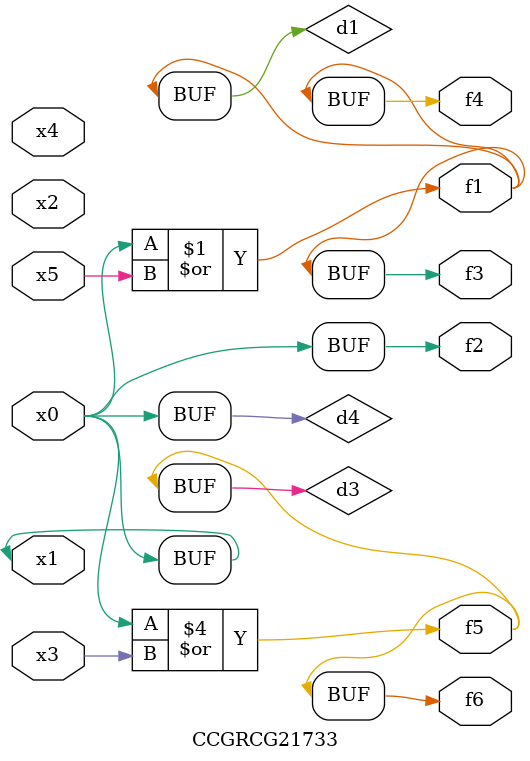
<source format=v>
module CCGRCG21733(
	input x0, x1, x2, x3, x4, x5,
	output f1, f2, f3, f4, f5, f6
);

	wire d1, d2, d3, d4;

	or (d1, x0, x5);
	xnor (d2, x1, x4);
	or (d3, x0, x3);
	buf (d4, x0, x1);
	assign f1 = d1;
	assign f2 = d4;
	assign f3 = d1;
	assign f4 = d1;
	assign f5 = d3;
	assign f6 = d3;
endmodule

</source>
